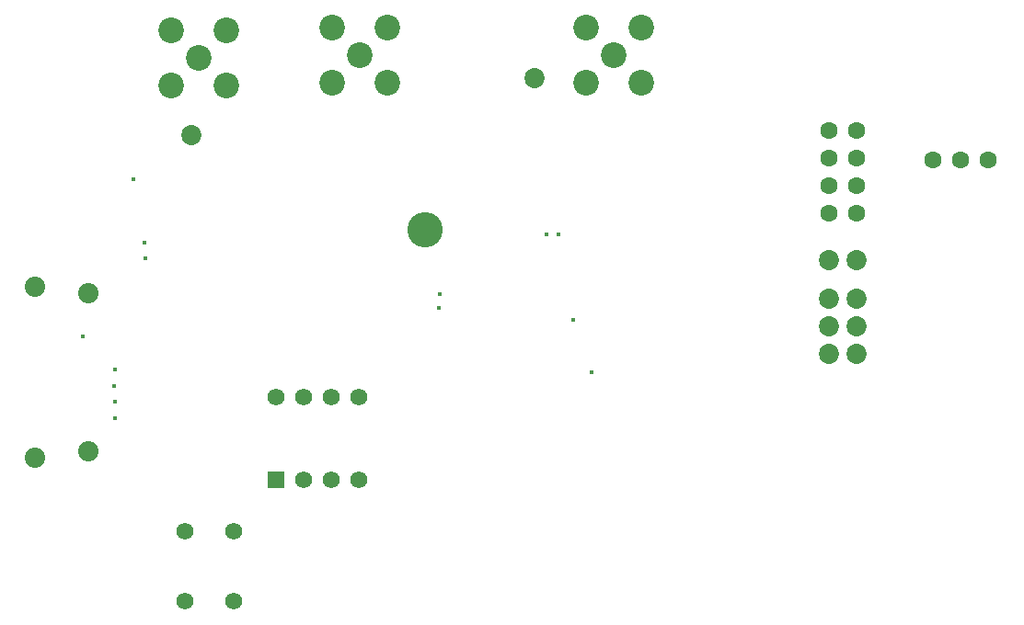
<source format=gbs>
%FSTAX23Y23*%
%MOIN*%
%SFA1B1*%

%IPPOS*%
%ADD93C,0.073870*%
%ADD94C,0.003000*%
%ADD95C,0.063000*%
%ADD96C,0.073000*%
%ADD97C,0.128000*%
%ADD98C,0.093000*%
%ADD99C,0.062060*%
%ADD100R,0.062060X0.062060*%
%ADD101C,0.017000*%
%LNusb_control-1*%
%LPD*%
G54D93*
X0008Y01243D03*
Y00625D03*
X00274Y01219D03*
Y00648D03*
G54D94*
X03414Y012D03*
X03574Y0136D03*
X03414Y00975D03*
X03574Y01135D03*
X03414Y01405D03*
X03574Y01565D03*
G54D95*
X03534Y01705D03*
X03334D03*
X03434D03*
X02959Y0161D03*
Y0151D03*
Y0181D03*
Y0171D03*
X03059Y0161D03*
Y0151D03*
Y0181D03*
Y0171D03*
G54D96*
X03059Y0134D03*
X02959D03*
Y01D03*
X03059D03*
X02959Y011D03*
X03059D03*
X02959Y012D03*
X03059D03*
X00649Y01795D03*
X01892Y01999D03*
G54D97*
X01494Y0145D03*
G54D98*
X01259Y02085D03*
X01359Y02185D03*
X01159D03*
Y01985D03*
X01359D03*
X02179Y02085D03*
X02279Y02185D03*
X02079D03*
Y01985D03*
X02279D03*
X00674Y02075D03*
X00774Y02175D03*
X00574D03*
Y01975D03*
X00774D03*
G54D99*
X00802Y00102D03*
X00625D03*
Y00357D03*
X00802D03*
X01254Y00845D03*
X01154D03*
X01054D03*
X01254Y00545D03*
X01054D03*
X01154D03*
X00954Y00845D03*
G54D100*
X00954Y00545D03*
G54D101*
X00438Y01634D03*
X0037Y00826D03*
X0037Y00766D03*
X00369Y00884D03*
X0037Y00943D03*
X00254Y01062D03*
X00481Y01348D03*
X00479Y01404D03*
X01548Y01217D03*
X01545Y01167D03*
X01935Y01433D03*
X01978D03*
X02033Y01125D03*
X02099Y00934D03*
M02*
</source>
